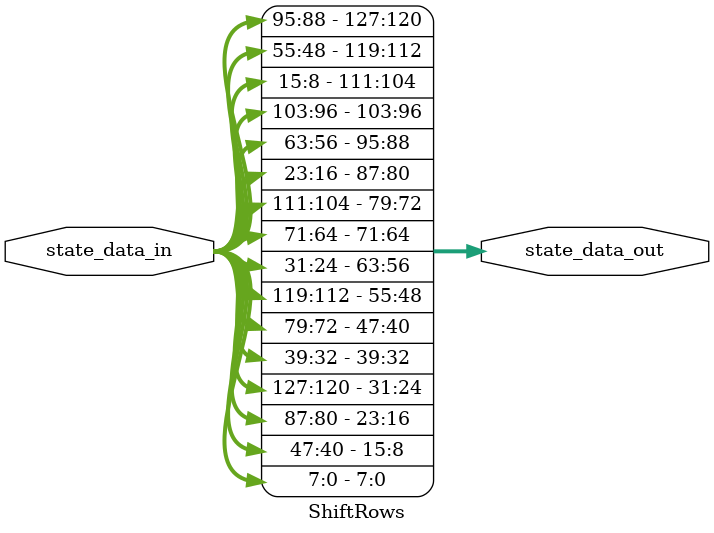
<source format=v>
`timescale 1ns / 1ps


module ShiftRows(
	input [127:0] state_data_in,
	output [127:0] state_data_out
    );

	/*
		 0       1       2       3
	0	7:0    15:8    23:16   31:24
	1	39:32  47:40   55:48   63:56
	2	71:64  79:72   87:80   95:88
	3	103:96 111:104 119:112 127:120
	*/

	// row 0
	assign state_data_out[7:0]     = state_data_in[7:0];
	assign state_data_out[39:32]   = state_data_in[39:32];
	assign state_data_out[71:64]   = state_data_in[71:64];
	assign state_data_out[103:96]  = state_data_in[103:96];

	// row 1
	assign state_data_out[15:8]    = state_data_in[47:40];
	assign state_data_out[47:40]   = state_data_in[79:72];
	assign state_data_out[79:72]   = state_data_in[111:104];
	assign state_data_out[111:104] = state_data_in[15:8];

	// row 2
	assign state_data_out[23:16]   = state_data_in[87:80];
	assign state_data_out[87:80]   = state_data_in[23:16];
	assign state_data_out[55:48]   = state_data_in[119:112];
	assign state_data_out[119:112] = state_data_in[55:48];

	// row 3
	assign state_data_out[31:24]   = state_data_in[127:120];
	assign state_data_out[127:120] = state_data_in[95:88];
	assign state_data_out[95:88]   = state_data_in[63:56];
	assign state_data_out[63:56]   = state_data_in[31:24];

endmodule




</source>
